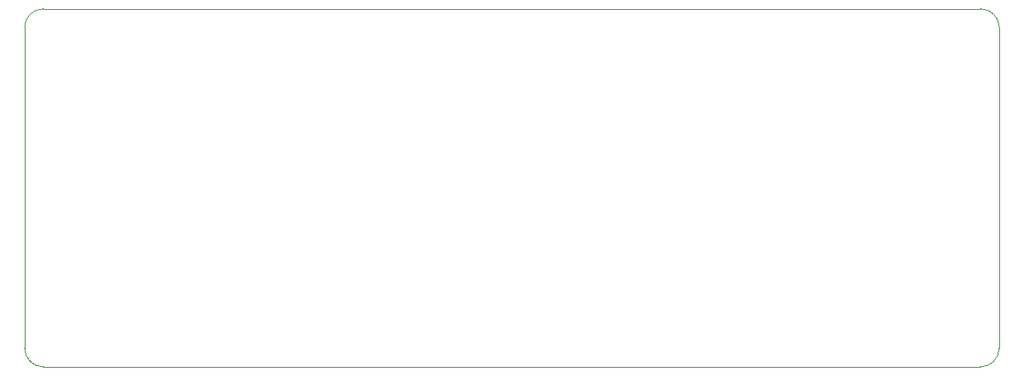
<source format=gbr>
%TF.GenerationSoftware,KiCad,Pcbnew,(6.0.8)*%
%TF.CreationDate,2022-10-05T23:25:23+02:00*%
%TF.ProjectId,DMX_ControllerBoard,444d585f-436f-46e7-9472-6f6c6c657242,rev?*%
%TF.SameCoordinates,Original*%
%TF.FileFunction,Profile,NP*%
%FSLAX46Y46*%
G04 Gerber Fmt 4.6, Leading zero omitted, Abs format (unit mm)*
G04 Created by KiCad (PCBNEW (6.0.8)) date 2022-10-05 23:25:23*
%MOMM*%
%LPD*%
G01*
G04 APERTURE LIST*
%TA.AperFunction,Profile*%
%ADD10C,0.050000*%
%TD*%
G04 APERTURE END LIST*
D10*
X19999960Y-21905000D02*
X19999960Y-54856380D01*
X120000000Y-21904960D02*
X119999760Y-54857000D01*
X120000040Y-21904960D02*
G75*
G03*
X118095000Y-19999960I-1905040J-40D01*
G01*
X21904960Y-56761380D02*
X118094760Y-56762000D01*
X118094760Y-56761960D02*
G75*
G03*
X119999760Y-54857000I40J1904960D01*
G01*
X19999960Y-54856380D02*
G75*
G03*
X21904960Y-56761380I1905000J0D01*
G01*
X21904960Y-20000000D02*
G75*
G03*
X19999960Y-21905000I0J-1905000D01*
G01*
X21904960Y-20000000D02*
X118095000Y-19999960D01*
M02*

</source>
